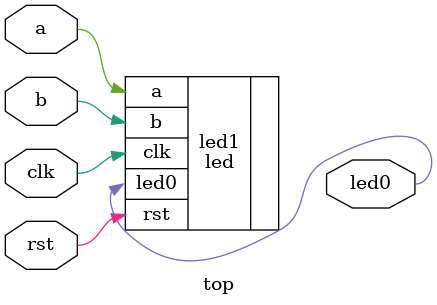
<source format=v>
module top (
	input clk,
	input rst,
	input a,
	input b,
	output led0
);

led led1(
	.clk(clk),
	.rst(rst),
	.a(a),
	.b(b),
	.led0(led0)
);
endmodule


</source>
